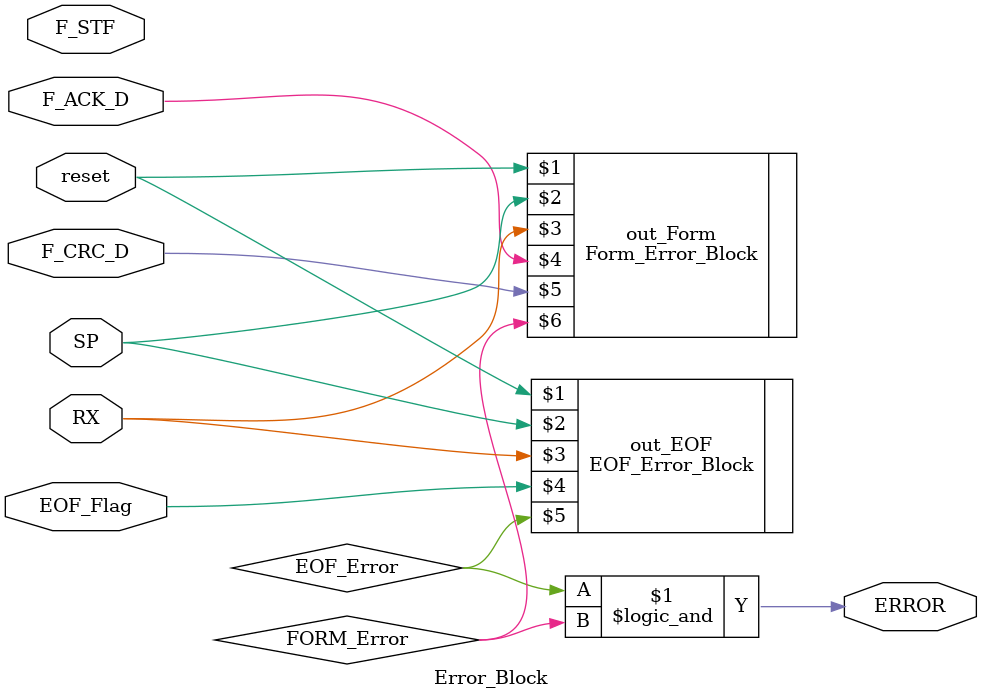
<source format=v>
module Error_Block(input reset, SP, RX, F_STF, EOF_Flag, F_ACK_D, F_CRC_D,
						output ERROR
);

	wire FORM_Error, EOF_Error, STF_ERR;

	Form_Error_Block out_Form(reset, SP, RX, F_ACK_D, F_CRC_D, FORM_Error);
	EOF_Error_Block out_EOF(reset, SP, RX, EOF_Flag, EOF_Error);
	//BitStuffErrorBock out_StuffError(reset, SP, RX, F_STF, STF_ERR);
	assign ERROR = EOF_Error && FORM_Error;//&& STF_ERR 

endmodule

</source>
